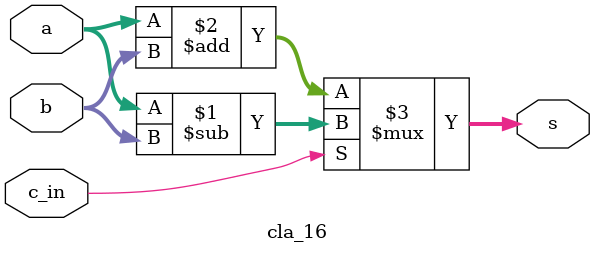
<source format=v>

module cla_16(output [15:0] s, input c_in, input [15:0] a, b);
	assign s = c_in ? a-b : a+b;
	/*
	wire [3:0] c, p, g;
	assign c[0] = c_in;
	assign c[1] = g[0] | p[0]&c_in;
	assign c[2] = g[1] | g[0]&p[1] | p[1]&p[0]&c_in;
	assign c[3] = g[2] | g[1]&p[2] | g[0]&p[2]&p[1] | p[2]&p[1]&p[0]&c_in;

	cla_4 g0(p[0], g[0], s[3:0], c[0], a[3:0], b[3:0]);
	cla_4 g1(p[1], g[1], s[7:4], c[1], a[7:4], b[7:4]);
	cla_4 g2(p[2], g[2], s[11:8], c[2], a[11:8], b[11:8]);
	cla_4 g3(p[3], g[3], s[15:12], c[3], a[15:12], b[15:12]);
	*/
endmodule
</source>
